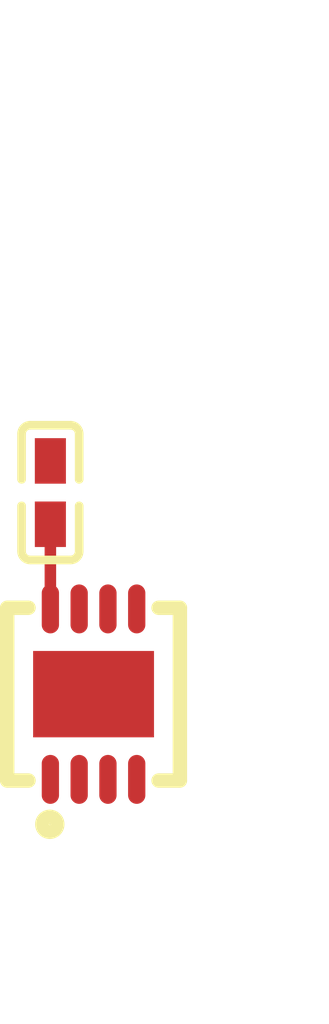
<source format=kicad_pcb>
(kicad_pcb (version 20241229) (generator "pcbnew") (generator_version "9.0")
  (layers (0 "F.Cu" signal) (2 "B.Cu" signal) (13 "F.Paste" user) (15 "B.Paste" user) (5 "F.SilkS" user "F.Silkscreen") (7 "B.SilkS" user "B.Silkscreen") (1 "F.Mask" user) (3 "B.Mask" user) (25 "Edge.Cuts" user))
  (net 0 "")
  (net 1 "IO3")
  (net 2 "gnd")
  (net 3 "IO1")
  (net 4 "IO2")
  (net 5 "SDA")
  (net 6 "IO0")
  (net 7 "SCL")
  (net 8 "VDD")
  (net 9 "EP")
  (footprint "NXP_Semicon_PCA9536TK_118:HVSON-8_L3.0-W3.0-P0.50-BL-EP" (layer "F.Cu") (at 0 0 0)
    (property "Reference" "U1" (hide yes))
    (property "Value" "")
    (fp_line (start -1.5 -1.5) (end -1.13 -1.5) (stroke (width 0.25)) (layer "F.SilkS"))
    (fp_line (start -1.5 1.5) (end -1.5 -1.5) (stroke (width 0.25)) (layer "F.SilkS"))
    (fp_line (start -1.5 1.5) (end -1.13 1.5) (stroke (width 0.25)) (layer "F.SilkS"))
    (fp_line (start 1.13 -1.5) (end 1.5 -1.5) (stroke (width 0.25)) (layer "F.SilkS"))
    (fp_line (start 1.13 1.5) (end 1.5 1.5) (stroke (width 0.25)) (layer "F.SilkS"))
    (fp_line (start 1.5 -1.5) (end 1.5 1.5) (stroke (width 0.25)) (layer "F.SilkS"))
    (fp_circle (center -0.76 2.26) (end -0.63 2.26) (stroke (width 0.25)) (fill no) (layer "F.SilkS"))
    (pad "1" smd oval (at -0.75 1.48 0) (size 0.3 0.85) (layers "F.Cu" "F.Mask" "F.Paste") (net 6 "IO0"))
    (pad "2" smd oval (at -0.25 1.48 0) (size 0.3 0.85) (layers "F.Cu" "F.Mask" "F.Paste") (net 3 "IO1"))
    (pad "3" smd oval (at 0.25 1.48 0) (size 0.3 0.85) (layers "F.Cu" "F.Mask" "F.Paste") (net 4 "IO2"))
    (pad "4" smd oval (at 0.75 1.48 0) (size 0.3 0.85) (layers "F.Cu" "F.Mask" "F.Paste") (net 2 "gnd"))
    (pad "5" smd oval (at 0.75 -1.48 180) (size 0.3 0.85) (layers "F.Cu" "F.Mask" "F.Paste") (net 1 "IO3"))
    (pad "6" smd oval (at 0.25 -1.48 180) (size 0.3 0.85) (layers "F.Cu" "F.Mask" "F.Paste") (net 7 "SCL"))
    (pad "7" smd oval (at -0.25 -1.48 180) (size 0.3 0.85) (layers "F.Cu" "F.Mask" "F.Paste") (net 5 "SDA"))
    (pad "8" smd oval (at -0.75 -1.48 180) (size 0.3 0.85) (layers "F.Cu" "F.Mask" "F.Paste") (net 8 "VDD"))
    (pad "9" smd rect (at 0 0 0) (size 2.1 1.5) (layers "F.Cu" "F.Mask" "F.Paste") (net 9 "EP"))
  )
  (footprint "Samsung_Electro_Mechanics_CL05B104KO5NNNC:C0402" (layer "F.Cu") (at -0.75 -3.5 90)
    (property "Reference" "C1" (hide yes))
    (property "Value" "100nF ±10% 16V X7R")
    (fp_line (start 1.02 -0.5) (end 0.23 -0.5) (stroke (width 0.15)) (layer "F.SilkS"))
    (fp_line (start -1.02 -0.5) (end -0.23 -0.5) (stroke (width 0.15)) (layer "F.SilkS"))
    (fp_line (start 1.17 0.35) (end 1.17 -0.35) (stroke (width 0.15)) (layer "F.SilkS"))
    (fp_line (start -1.17 0.35) (end -1.17 -0.35) (stroke (width 0.15)) (layer "F.SilkS"))
    (fp_line (start 0.23 0.5) (end 1.02 0.5) (stroke (width 0.15)) (layer "F.SilkS"))
    (fp_line (start -0.23 0.5) (end -1.02 0.5) (stroke (width 0.15)) (layer "F.SilkS"))
    (fp_arc (start 1.02 -0.5) (mid 1.126066 -0.456066) (end 1.17 -0.35) (stroke (width 0.15)) (layer "F.SilkS"))
    (fp_arc (start -1.17 -0.35) (mid -1.126066 -0.456066) (end -1.02 -0.5) (stroke (width 0.15)) (layer "F.SilkS"))
    (fp_arc (start 1.17 0.35) (mid 1.126066 0.456066) (end 1.02 0.5) (stroke (width 0.15)) (layer "F.SilkS"))
    (fp_arc (start -1.02 0.5) (mid -1.126066 0.456066) (end -1.17 0.35) (stroke (width 0.15)) (layer "F.SilkS"))
    (pad "1" smd rect (at -0.55 0 90) (size 0.79 0.54) (layers "F.Cu" "F.Mask" "F.Paste") (net 8 "VDD"))
    (pad "2" smd rect (at 0.55 0 90) (size 0.79 0.54) (layers "F.Cu" "F.Mask" "F.Paste") (net 2 "gnd"))
  )
  (segment (start -0.75 -2.95) (end -0.75 -1.48) (width 0.2) (net 8) (layer "F.Cu"))
)
</source>
